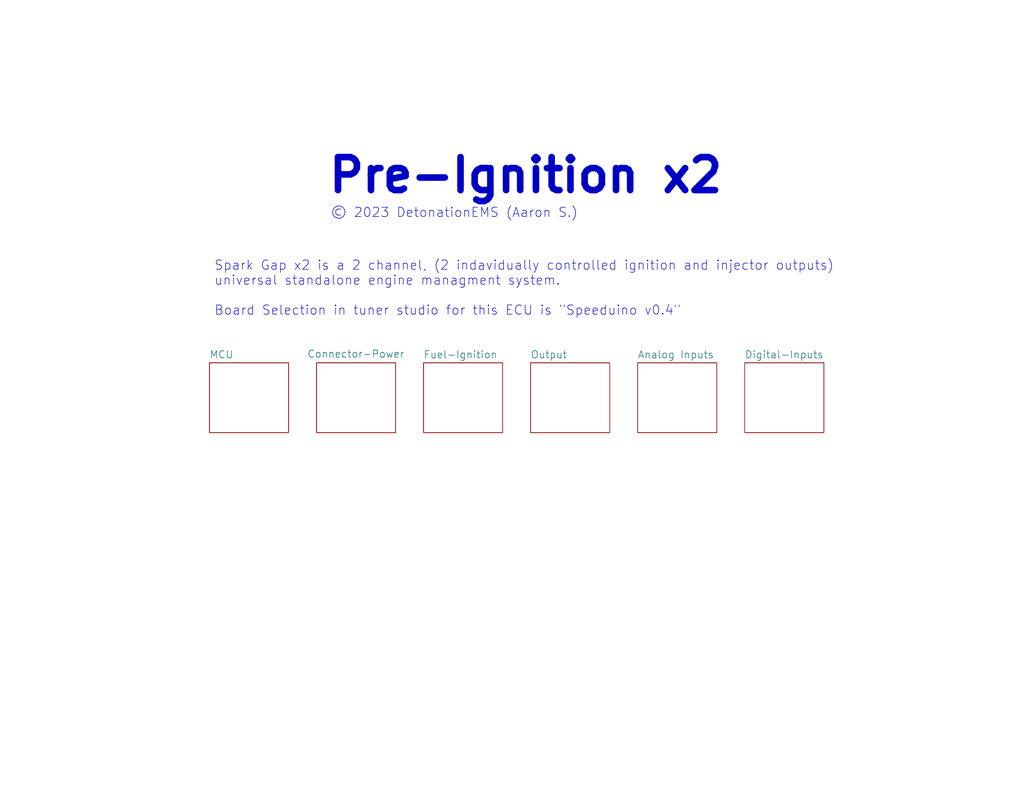
<source format=kicad_sch>
(kicad_sch
	(version 20231120)
	(generator "eeschema")
	(generator_version "8.0")
	(uuid "fe159171-2aa9-4fbb-9e3c-a3bc14fca76b")
	(paper "USLetter")
	(title_block
		(title "Pre-Ignition X2")
		(date "2023-06-15")
		(rev "B")
		(company "DetonationEMS")
	)
	(lib_symbols)
	(text "Pre-Ignition x2"
		(exclude_from_sim no)
		(at 88.9 53.34 0)
		(effects
			(font
				(size 9 9)
				(thickness 1.8)
				(bold yes)
			)
			(justify left bottom)
		)
		(uuid "31323e28-4a8f-460c-b033-c14a2cb48f6a")
	)
	(text "Spark Gap x2 is a 2 channel, (2 indavidually controlled ignition and injector outputs)\nuniversal standalone engine managment system. \n\nBoard Selection in tuner studio for this ECU is \"Speeduino v0.4\""
		(exclude_from_sim no)
		(at 58.42 86.36 0)
		(effects
			(font
				(size 2.54 2.54)
			)
			(justify left bottom)
		)
		(uuid "6528cf26-47ff-4fb4-b37b-759ba7732288")
	)
	(text "© 2023 DetonationEMS (Aaron S.)"
		(exclude_from_sim no)
		(at 90.17 59.69 0)
		(effects
			(font
				(size 2.54 2.54)
			)
			(justify left bottom)
		)
		(uuid "fd1be258-1968-48f0-a246-ae0bd6ab9bde")
	)
	(sheet
		(at 115.57 99.06)
		(size 21.59 19.05)
		(fields_autoplaced yes)
		(stroke
			(width 0)
			(type solid)
		)
		(fill
			(color 0 0 0 0.0000)
		)
		(uuid "00000000-0000-0000-0000-000060bdff19")
		(property "Sheetname" "Fuel-Ignition"
			(at 115.57 97.9834 0)
			(effects
				(font
					(size 2 2)
				)
				(justify left bottom)
			)
		)
		(property "Sheetfile" "Fuel-Ignition.kicad_sch"
			(at 115.57 118.6946 0)
			(effects
				(font
					(size 1.27 1.27)
				)
				(justify left top)
				(hide yes)
			)
		)
		(instances
			(project "Pre_Ignition"
				(path "/fe159171-2aa9-4fbb-9e3c-a3bc14fca76b"
					(page "3")
				)
			)
		)
	)
	(sheet
		(at 173.99 99.06)
		(size 21.59 19.05)
		(fields_autoplaced yes)
		(stroke
			(width 0)
			(type solid)
		)
		(fill
			(color 0 0 0 0.0000)
		)
		(uuid "00000000-0000-0000-0000-000060bec240")
		(property "Sheetname" "Analog Inputs"
			(at 173.99 97.9834 0)
			(effects
				(font
					(size 2 2)
				)
				(justify left bottom)
			)
		)
		(property "Sheetfile" "Analog.kicad_sch"
			(at 173.99 118.6946 0)
			(effects
				(font
					(size 1.27 1.27)
				)
				(justify left top)
				(hide yes)
			)
		)
		(instances
			(project "Pre_Ignition"
				(path "/fe159171-2aa9-4fbb-9e3c-a3bc14fca76b"
					(page "4")
				)
			)
		)
	)
	(sheet
		(at 144.78 99.06)
		(size 21.59 19.05)
		(fields_autoplaced yes)
		(stroke
			(width 0)
			(type solid)
		)
		(fill
			(color 0 0 0 0.0000)
		)
		(uuid "00000000-0000-0000-0000-000060e7aa2a")
		(property "Sheetname" "Output"
			(at 144.78 97.9834 0)
			(effects
				(font
					(size 2 2)
				)
				(justify left bottom)
			)
		)
		(property "Sheetfile" "Output.kicad_sch"
			(at 144.78 118.6946 0)
			(effects
				(font
					(size 1.27 1.27)
				)
				(justify left top)
				(hide yes)
			)
		)
		(instances
			(project "Pre_Ignition"
				(path "/fe159171-2aa9-4fbb-9e3c-a3bc14fca76b"
					(page "6")
				)
			)
		)
	)
	(sheet
		(at 57.15 99.06)
		(size 21.59 19.05)
		(fields_autoplaced yes)
		(stroke
			(width 0.1524)
			(type solid)
		)
		(fill
			(color 0 0 0 0.0000)
		)
		(uuid "097fd3f2-fffe-4bf1-9cf5-5f5617b8d6a4")
		(property "Sheetname" "MCU"
			(at 57.15 97.9834 0)
			(effects
				(font
					(size 2 2)
				)
				(justify left bottom)
			)
		)
		(property "Sheetfile" "mcu.kicad_sch"
			(at 57.15 118.6946 0)
			(effects
				(font
					(size 1.27 1.27)
				)
				(justify left top)
				(hide yes)
			)
		)
		(instances
			(project "Pre_Ignition"
				(path "/fe159171-2aa9-4fbb-9e3c-a3bc14fca76b"
					(page "1")
				)
			)
		)
	)
	(sheet
		(at 203.2 99.06)
		(size 21.59 19.05)
		(fields_autoplaced yes)
		(stroke
			(width 0.1524)
			(type solid)
		)
		(fill
			(color 0 0 0 0.0000)
		)
		(uuid "0c9f6c61-bb1d-4783-9993-362f1a9a5391")
		(property "Sheetname" "Digital-Inputs"
			(at 203.2 97.9834 0)
			(effects
				(font
					(size 2 2)
				)
				(justify left bottom)
			)
		)
		(property "Sheetfile" "digital.kicad_sch"
			(at 203.2 118.6946 0)
			(effects
				(font
					(size 1.27 1.27)
				)
				(justify left top)
				(hide yes)
			)
		)
		(instances
			(project "Pre_Ignition"
				(path "/fe159171-2aa9-4fbb-9e3c-a3bc14fca76b"
					(page "5")
				)
			)
		)
	)
	(sheet
		(at 86.36 99.06)
		(size 21.59 19.05)
		(stroke
			(width 0.1524)
			(type solid)
		)
		(fill
			(color 0 0 0 0.0000)
		)
		(uuid "d1b66e8d-7450-4fc4-a10e-cfa6878b9226")
		(property "Sheetname" "Connector-Power"
			(at 83.82 97.79 0)
			(effects
				(font
					(size 2 2)
				)
				(justify left bottom)
			)
		)
		(property "Sheetfile" "connector-power.kicad_sch"
			(at 86.36 118.6946 0)
			(effects
				(font
					(size 1.27 1.27)
				)
				(justify left top)
				(hide yes)
			)
		)
		(instances
			(project "Pre_Ignition"
				(path "/fe159171-2aa9-4fbb-9e3c-a3bc14fca76b"
					(page "2")
				)
			)
		)
	)
	(sheet_instances
		(path "/"
			(page "1")
		)
	)
)

</source>
